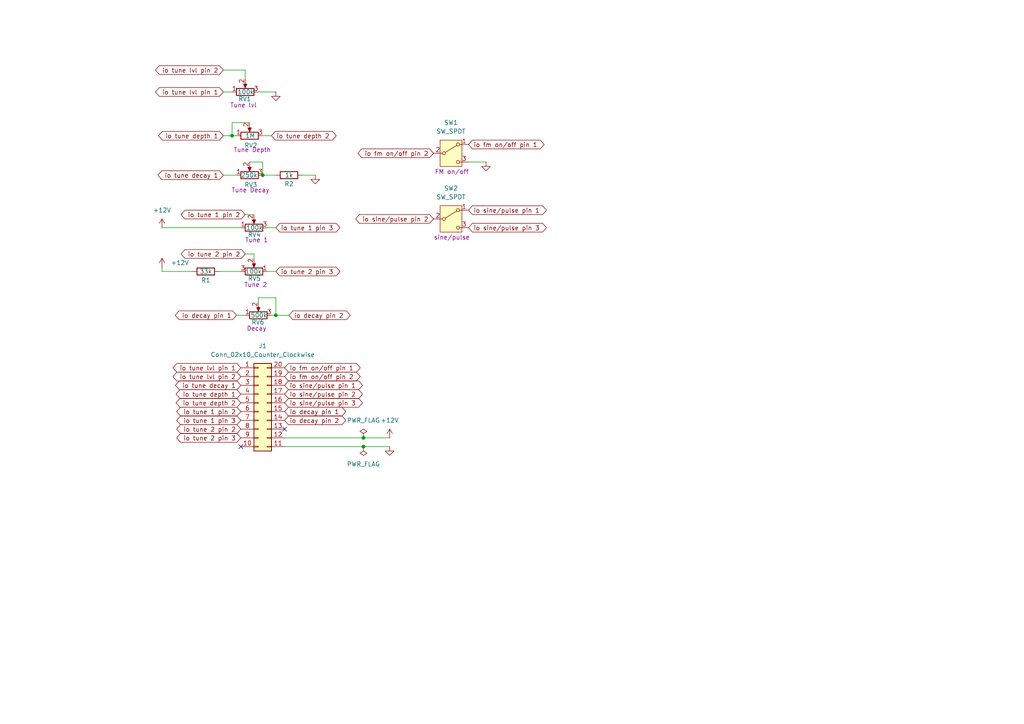
<source format=kicad_sch>
(kicad_sch (version 20250114) (generator "eeschema") (generator_version "9.0")
  (paper "A4")
  (lib_symbols
    (symbol "Connector_Generic:Conn_02x10_Counter_Clockwise" (pin_names (offset 1.016) (hide yes))
      (property "Reference" "J" (at 1.27 12.7 0))
      (property "Value" "Conn_02x10_Counter_Clockwise" (at 1.27 -15.24 0))
      (symbol "Conn_02x10_Counter_Clockwise_1_1"
        (rectangle (start -1.27 11.43) (end 3.81 -13.97) (stroke (width 0.254)) (fill (type background)))
        (rectangle (start -1.27 10.287) (end 0 10.033) (stroke (width 0.1524)))
        (rectangle (start -1.27 7.747) (end 0 7.493) (stroke (width 0.1524)))
        (rectangle (start -1.27 5.207) (end 0 4.953) (stroke (width 0.1524)))
        (rectangle (start -1.27 2.667) (end 0 2.413) (stroke (width 0.1524)))
        (rectangle (start -1.27 0.127) (end 0 -0.127) (stroke (width 0.1524)))
        (rectangle (start -1.27 -2.413) (end 0 -2.667) (stroke (width 0.1524)))
        (rectangle (start -1.27 -4.953) (end 0 -5.207) (stroke (width 0.1524)))
        (rectangle (start -1.27 -7.493) (end 0 -7.747) (stroke (width 0.1524)))
        (rectangle (start -1.27 -10.033) (end 0 -10.287) (stroke (width 0.1524)))
        (rectangle (start -1.27 -12.573) (end 0 -12.827) (stroke (width 0.1524)))
        (rectangle (start 3.81 10.287) (end 2.54 10.033) (stroke (width 0.1524)))
        (rectangle (start 3.81 7.747) (end 2.54 7.493) (stroke (width 0.1524)))
        (rectangle (start 3.81 5.207) (end 2.54 4.953) (stroke (width 0.1524)))
        (rectangle (start 3.81 2.667) (end 2.54 2.413) (stroke (width 0.1524)))
        (rectangle (start 3.81 0.127) (end 2.54 -0.127) (stroke (width 0.1524)))
        (rectangle (start 3.81 -2.413) (end 2.54 -2.667) (stroke (width 0.1524)))
        (rectangle (start 3.81 -4.953) (end 2.54 -5.207) (stroke (width 0.1524)))
        (rectangle (start 3.81 -7.493) (end 2.54 -7.747) (stroke (width 0.1524)))
        (rectangle (start 3.81 -10.033) (end 2.54 -10.287) (stroke (width 0.1524)))
        (rectangle (start 3.81 -12.573) (end 2.54 -12.827) (stroke (width 0.1524)))
        (pin passive line (at -5.08 10.16 0) (length 3.81) (name "Pin_1") (number "1"))
        (pin passive line (at -5.08 7.62 0) (length 3.81) (name "Pin_2") (number "2"))
        (pin passive line (at -5.08 5.08 0) (length 3.81) (name "Pin_3") (number "3"))
        (pin passive line (at -5.08 2.54 0) (length 3.81) (name "Pin_4") (number "4"))
        (pin passive line (at -5.08 0 0) (length 3.81) (name "Pin_5") (number "5"))
        (pin passive line (at -5.08 -2.54 0) (length 3.81) (name "Pin_6") (number "6"))
        (pin passive line (at -5.08 -5.08 0) (length 3.81) (name "Pin_7") (number "7"))
        (pin passive line (at -5.08 -7.62 0) (length 3.81) (name "Pin_8") (number "8"))
        (pin passive line (at -5.08 -10.16 0) (length 3.81) (name "Pin_9") (number "9"))
        (pin passive line (at -5.08 -12.7 0) (length 3.81) (name "Pin_10") (number "10"))
        (pin passive line (at 7.62 10.16 180) (length 3.81) (name "Pin_20") (number "20"))
        (pin passive line (at 7.62 7.62 180) (length 3.81) (name "Pin_19") (number "19"))
        (pin passive line (at 7.62 5.08 180) (length 3.81) (name "Pin_18") (number "18"))
        (pin passive line (at 7.62 2.54 180) (length 3.81) (name "Pin_17") (number "17"))
        (pin passive line (at 7.62 0 180) (length 3.81) (name "Pin_16") (number "16"))
        (pin passive line (at 7.62 -2.54 180) (length 3.81) (name "Pin_15") (number "15"))
        (pin passive line (at 7.62 -5.08 180) (length 3.81) (name "Pin_14") (number "14"))
        (pin passive line (at 7.62 -7.62 180) (length 3.81) (name "Pin_13") (number "13"))
        (pin passive line (at 7.62 -10.16 180) (length 3.81) (name "Pin_12") (number "12"))
        (pin passive line (at 7.62 -12.7 180) (length 3.81) (name "Pin_11") (number "11"))
      )
    )
    (symbol "Device:R" (pin_numbers (hide yes)) (pin_names (offset 0))
      (property "Reference" "R" (at 2.032 0 90))
      (property "Value" "R" (at 0 0 90))
      (symbol "R_0_1"
        (rectangle (start -1.016 -2.54) (end 1.016 2.54) (stroke (width 0.254)))
      )
      (symbol "R_1_1"
        (pin passive line (at 0 3.81 270) (length 1.27) (name "~") (number "1"))
        (pin passive line (at 0 -3.81 90) (length 1.27) (name "~") (number "2"))
      )
    )
    (symbol "Device:R_Potentiometer" (pin_names (offset 1.016) (hide yes))
      (property "Reference" "RV" (at -4.445 0 90))
      (property "Value" "R_Potentiometer" (at -2.54 0 90))
      (symbol "R_Potentiometer_0_1"
        (rectangle (start 1.016 2.54) (end -1.016 -2.54) (stroke (width 0.254)))
        (polyline (pts (xy 1.143 0) (xy 2.286 0.508) (xy 2.286 -0.508) (xy 1.143 0)) (fill (type outline)))
        (polyline (pts (xy 2.54 0) (xy 1.524 0)))
      )
      (symbol "R_Potentiometer_1_1"
        (pin passive line (at 0 3.81 270) (length 1.27) (name "1") (number "1"))
        (pin passive line (at 0 -3.81 90) (length 1.27) (name "3") (number "3"))
        (pin passive line (at 3.81 0 180) (length 1.27) (name "2") (number "2"))
      )
    )
    (symbol "Switch:SW_SPDT" (pin_names (offset 0) (hide yes))
      (property "Reference" "SW" (at 0 5.08 0))
      (property "Value" "SW_SPDT" (at 0 -5.08 0))
      (symbol "SW_SPDT_0_1"
        (circle (center -2.032 0) (radius 0.4572))
        (polyline (pts (xy -1.651 0.254) (xy 1.651 2.286)))
        (circle (center 2.032 2.54) (radius 0.4572))
        (circle (center 2.032 -2.54) (radius 0.4572))
      )
      (symbol "SW_SPDT_1_1"
        (rectangle (start -3.175 3.81) (end 3.175 -3.81) (fill (type background)))
        (pin passive line (at -5.08 0 0) (length 2.54) (name "B") (number "2"))
        (pin passive line (at 5.08 2.54 180) (length 2.54) (name "A") (number "1"))
        (pin passive line (at 5.08 -2.54 180) (length 2.54) (name "C") (number "3"))
      )
    )
    (symbol "power:+12V" (power) (pin_numbers (hide yes)) (pin_names (offset 0) (hide yes))
      (property "Value" "+12V" (at 0 3.556 0))
      (symbol "+12V_0_1"
        (polyline (pts (xy -0.762 1.27) (xy 0 2.54)))
        (polyline (pts (xy 0 2.54) (xy 0.762 1.27)))
        (polyline (pts (xy 0 0) (xy 0 2.54)))
      )
      (symbol "+12V_1_1"
        (pin power_in line (at 0 0 90) (length 0) (name "~") (number "1"))
      )
    )
    (symbol "power:GND" (power) (pin_numbers (hide yes)) (pin_names (offset 0) (hide yes))
      (property "Value" "GND" (at 0 -3.81 0))
      (symbol "GND_0_1"
        (polyline (pts (xy 0 0) (xy 0 -1.27) (xy 1.27 -1.27) (xy 0 -2.54) (xy -1.27 -1.27) (xy 0 -1.27)))
      )
      (symbol "GND_1_1"
        (pin power_in line (at 0 0 270) (length 0) (name "~") (number "1"))
      )
    )
    (symbol "power:PWR_FLAG" (power) (pin_numbers (hide yes)) (pin_names (offset 0) (hide yes))
      (property "Value" "PWR_FLAG" (at 0 3.81 0))
      (symbol "PWR_FLAG_0_0"
        (pin power_out line (at 0 0 90) (length 0) (name "~") (number "1"))
      )
      (symbol "PWR_FLAG_0_1"
        (polyline (pts (xy 0 0) (xy 0 1.27) (xy -1.016 1.905) (xy 0 2.54) (xy 1.016 1.905) (xy 0 1.27)))
      )
    )
  )
  (junction (at 105.41 127))
  (junction (at 80.01 91.44))
  (junction (at 76.2 50.8))
  (junction (at 67.31 39.37))
  (junction (at 105.41 129.54))
  (no_connect (at 69.85 129.54))
  (no_connect (at 82.55 124.46))
  (wire (pts (xy 72.39 35.56) (xy 67.31 35.56)))
  (wire (pts (xy 76.2 46.99) (xy 76.2 50.8)))
  (wire (pts (xy 105.41 129.54) (xy 82.55 129.54)))
  (wire (pts (xy 46.99 77.47) (xy 46.99 78.74)))
  (wire (pts (xy 80.01 86.36) (xy 80.01 91.44)))
  (wire (pts (xy 46.99 78.74) (xy 55.88 78.74)))
  (wire (pts (xy 135.89 46.99) (xy 140.97 46.99)))
  (wire (pts (xy 91.44 50.8) (xy 87.63 50.8)))
  (wire (pts (xy 67.31 39.37) (xy 64.77 39.37)))
  (wire (pts (xy 73.66 73.66) (xy 71.12 73.66)))
  (wire (pts (xy 71.12 62.23) (xy 73.66 62.23)))
  (wire (pts (xy 74.93 87.63) (xy 74.93 86.36)))
  (wire (pts (xy 80.01 91.44) (xy 83.82 91.44)))
  (wire (pts (xy 105.41 127) (xy 113.03 127)))
  (wire (pts (xy 80.01 91.44) (xy 78.74 91.44)))
  (wire (pts (xy 76.2 50.8) (xy 80.01 50.8)))
  (wire (pts (xy 80.01 26.67) (xy 74.93 26.67)))
  (wire (pts (xy 67.31 35.56) (xy 67.31 39.37)))
  (wire (pts (xy 82.55 127) (xy 105.41 127)))
  (wire (pts (xy 71.12 20.32) (xy 64.77 20.32)))
  (wire (pts (xy 46.99 66.04) (xy 69.85 66.04)))
  (wire (pts (xy 64.77 26.67) (xy 67.31 26.67)))
  (wire (pts (xy 72.39 46.99) (xy 76.2 46.99)))
  (wire (pts (xy 68.58 91.44) (xy 71.12 91.44)))
  (wire (pts (xy 71.12 20.32) (xy 71.12 22.86)))
  (wire (pts (xy 80.01 66.04) (xy 77.47 66.04)))
  (wire (pts (xy 68.58 39.37) (xy 67.31 39.37)))
  (wire (pts (xy 76.2 39.37) (xy 78.74 39.37)))
  (wire (pts (xy 73.66 74.93) (xy 73.66 73.66)))
  (wire (pts (xy 64.77 50.8) (xy 68.58 50.8)))
  (wire (pts (xy 63.5 78.74) (xy 69.85 78.74)))
  (wire (pts (xy 80.01 86.36) (xy 74.93 86.36)))
  (wire (pts (xy 80.01 78.74) (xy 77.47 78.74)))
  (wire (pts (xy 113.03 129.54) (xy 105.41 129.54)))
  (global_label "io tune 1 pin 2" (shape bidirectional) (at 69.85 119.38 180) (property "Intersheetrefs" "${INTERSHEET_REFS}" (effects (hide yes))))
  (global_label "io tune 1 pin 3" (shape bidirectional) (at 69.85 121.92 180) (property "Intersheetrefs" "${INTERSHEET_REFS}" (effects (hide yes))))
  (global_label "io decay pin 1" (shape bidirectional) (at 82.55 119.38 0) (property "Intersheetrefs" "${INTERSHEET_REFS}" (effects (hide yes))))
  (global_label "io fm on{slash}off pin 2" (shape bidirectional) (at 125.73 44.45 180) (property "Intersheetrefs" "${INTERSHEET_REFS}" (effects (hide yes))))
  (global_label "io fm on{slash}off pin 1" (shape bidirectional) (at 82.55 106.68 0) (property "Intersheetrefs" "${INTERSHEET_REFS}" (effects (hide yes))))
  (global_label "io tune depth 1" (shape bidirectional) (at 69.85 114.3 180) (property "Intersheetrefs" "${INTERSHEET_REFS}" (effects (hide yes))))
  (global_label "io tune 1 pin 2" (shape bidirectional) (at 71.12 62.23 180) (property "Intersheetrefs" "${INTERSHEET_REFS}" (effects (hide yes))))
  (global_label "io decay pin 2" (shape bidirectional) (at 83.82 91.44 0) (property "Intersheetrefs" "${INTERSHEET_REFS}" (effects (hide yes))))
  (global_label "io tune depth 2" (shape bidirectional) (at 78.74 39.37 0) (property "Intersheetrefs" "${INTERSHEET_REFS}" (effects (hide yes))))
  (global_label "io fm on{slash}off pin 2" (shape bidirectional) (at 82.55 109.22 0) (property "Intersheetrefs" "${INTERSHEET_REFS}" (effects (hide yes))))
  (global_label "io sine{slash}pulse pin 1" (shape bidirectional) (at 135.89 60.96 0) (property "Intersheetrefs" "${INTERSHEET_REFS}" (effects (hide yes))))
  (global_label "io fm on{slash}off pin 1" (shape bidirectional) (at 135.89 41.91 0) (property "Intersheetrefs" "${INTERSHEET_REFS}" (effects (hide yes))))
  (global_label "io sine{slash}pulse pin 2" (shape bidirectional) (at 82.55 114.3 0) (property "Intersheetrefs" "${INTERSHEET_REFS}" (effects (hide yes))))
  (global_label "io sine{slash}pulse pin 1" (shape bidirectional) (at 82.55 111.76 0) (property "Intersheetrefs" "${INTERSHEET_REFS}" (effects (hide yes))))
  (global_label "io tune decay 1" (shape bidirectional) (at 64.77 50.8 180) (property "Intersheetrefs" "${INTERSHEET_REFS}" (effects (hide yes))))
  (global_label "io decay pin 1" (shape bidirectional) (at 68.58 91.44 180) (property "Intersheetrefs" "${INTERSHEET_REFS}" (effects (hide yes))))
  (global_label "io tune 2 pin 3" (shape bidirectional) (at 69.85 127 180) (property "Intersheetrefs" "${INTERSHEET_REFS}" (effects (hide yes))))
  (global_label "io tune 1 pin 3" (shape bidirectional) (at 80.01 66.04 0) (property "Intersheetrefs" "${INTERSHEET_REFS}" (effects (hide yes))))
  (global_label "io sine{slash}pulse pin 3" (shape bidirectional) (at 135.89 66.04 0) (property "Intersheetrefs" "${INTERSHEET_REFS}" (effects (hide yes))))
  (global_label "io tune 2 pin 3" (shape bidirectional) (at 80.01 78.74 0) (property "Intersheetrefs" "${INTERSHEET_REFS}" (effects (hide yes))))
  (global_label "io tune lvl pin 1" (shape bidirectional) (at 64.77 26.67 180) (property "Intersheetrefs" "${INTERSHEET_REFS}" (effects (hide yes))))
  (global_label "io tune 2 pin 2" (shape bidirectional) (at 71.12 73.66 180) (property "Intersheetrefs" "${INTERSHEET_REFS}" (effects (hide yes))))
  (global_label "io tune lvl pin 1" (shape bidirectional) (at 69.85 106.68 180) (property "Intersheetrefs" "${INTERSHEET_REFS}" (effects (hide yes))))
  (global_label "io sine{slash}pulse pin 2" (shape bidirectional) (at 125.73 63.5 180) (property "Intersheetrefs" "${INTERSHEET_REFS}" (effects (hide yes))))
  (global_label "io sine{slash}pulse pin 3" (shape bidirectional) (at 82.55 116.84 0) (property "Intersheetrefs" "${INTERSHEET_REFS}" (effects (hide yes))))
  (global_label "io tune lvl pin 2" (shape bidirectional) (at 64.77 20.32 180) (property "Intersheetrefs" "${INTERSHEET_REFS}" (effects (hide yes))))
  (global_label "io tune decay 1" (shape bidirectional) (at 69.85 111.76 180) (property "Intersheetrefs" "${INTERSHEET_REFS}" (effects (hide yes))))
  (global_label "io decay pin 2" (shape bidirectional) (at 82.55 121.92 0) (property "Intersheetrefs" "${INTERSHEET_REFS}" (effects (hide yes))))
  (global_label "io tune 2 pin 2" (shape bidirectional) (at 69.85 124.46 180) (property "Intersheetrefs" "${INTERSHEET_REFS}" (effects (hide yes))))
  (global_label "io tune depth 1" (shape bidirectional) (at 64.77 39.37 180) (property "Intersheetrefs" "${INTERSHEET_REFS}" (effects (hide yes))))
  (global_label "io tune lvl pin 2" (shape bidirectional) (at 69.85 109.22 180) (property "Intersheetrefs" "${INTERSHEET_REFS}" (effects (hide yes))))
  (global_label "io tune depth 2" (shape bidirectional) (at 69.85 116.84 180) (property "Intersheetrefs" "${INTERSHEET_REFS}" (effects (hide yes))))
  (symbol (lib_id "power:+12V") (at 113.03 127 0) (unit 1)
    (property "Reference" "#PWR05" (effects (hide yes)))
    (property "Value" "+12V" (at 113.03 121.92 0))
    (property "Description" "Power symbol creates a global label with name \"+12V\"" (effects (hide yes)))
  )
  (symbol (lib_id "power:PWR_FLAG") (at 105.41 127 0) (unit 1)
    (property "Reference" "#FLG01" (effects (hide yes)))
    (property "Value" "PWR_FLAG" (at 105.41 121.92 0))
    (property "Description" "Special symbol for telling ERC where power comes from" (effects (hide yes)))
  )
  (symbol (lib_id "Device:R_Potentiometer") (at 73.66 66.04 90) (unit 1)
    (property "Reference" "RV4" (at 71.882 68.072 90) (effects (justify right)))
    (property "Value" "100k" (at 71.374 66.04 90) (effects (justify right)))
    (property "Footprint" "cynthia:potientiometer" (effects (hide yes)))
    (property "Description" "Tune 1" (at 74.422 69.596 90))
  )
  (symbol (lib_id "power:GND") (at 113.03 129.54 0) (unit 1)
    (property "Reference" "#PWR06" (effects (hide yes)))
    (property "Value" "GND" (effects (hide yes)))
    (property "Description" "Power symbol creates a global label with name \"GND\" , ground" (effects (hide yes)))
  )
  (symbol (lib_id "Device:R") (at 83.82 50.8 270) (unit 1)
    (property "Reference" "R2" (at 83.82 53.34 90))
    (property "Value" "1k" (at 83.82 50.8 90))
    (property "Footprint" "cynthia:R_Axial_DIN0207_L6.3mm_D2.5mm_P10.16mm_Horizontal" (effects (hide yes)))
    (property "Description" "Resistor" (effects (hide yes)))
  )
  (symbol (lib_id "Switch:SW_SPDT") (at 130.81 63.5 0) (unit 1)
    (property "Reference" "SW2" (at 130.81 54.61 0))
    (property "Value" "SW_SPDT" (at 130.81 57.15 0))
    (property "Footprint" "cynthia:switch" (effects (hide yes)))
    (property "Description" "sine/pulse" (at 131.064 68.834 0))
  )
  (symbol (lib_id "Device:R_Potentiometer") (at 72.39 50.8 90) (unit 1)
    (property "Reference" "RV3" (at 70.866 53.594 90) (effects (justify right)))
    (property "Value" "250k" (at 69.85 50.8 90) (effects (justify right)))
    (property "Footprint" "cynthia:potientiometer" (effects (hide yes)))
    (property "Description" "Tune Decay" (at 72.644 55.118 90))
  )
  (symbol (lib_id "power:GND") (at 140.97 46.99 0) (unit 1)
    (property "Reference" "#PWR07" (effects (hide yes)))
    (property "Value" "GND" (effects (hide yes)))
    (property "Description" "Power symbol creates a global label with name \"GND\" , ground" (effects (hide yes)))
  )
  (symbol (lib_id "Device:R_Potentiometer") (at 74.93 91.44 90) (unit 1)
    (property "Reference" "RV6" (at 72.898 93.472 90) (effects (justify right)))
    (property "Value" "500k" (at 72.644 91.44 90) (effects (justify right)))
    (property "Footprint" "cynthia:potientiometer" (effects (hide yes)))
    (property "Description" "Decay" (at 74.422 95.25 90))
  )
  (symbol (lib_id "power:PWR_FLAG") (at 105.41 129.54 180) (unit 1)
    (property "Reference" "#FLG02" (effects (hide yes)))
    (property "Value" "PWR_FLAG" (at 105.41 134.62 0))
    (property "Description" "Special symbol for telling ERC where power comes from" (effects (hide yes)))
  )
  (symbol (lib_id "Connector_Generic:Conn_02x10_Counter_Clockwise") (at 74.93 116.84 0) (unit 1)
    (property "Reference" "J1" (at 76.2 100.33 0))
    (property "Value" "Conn_02x10_Counter_Clockwise" (at 76.2 102.87 0))
    (property "Footprint" "Connector_PinHeader_2.54mm:PinHeader_2x10_P2.54mm_Vertical" (effects (hide yes)))
    (property "Description" "Generic connector, double row, 02x10, counter clockwise pin numbering scheme (similar to DIP package numbering), script generated (kicad-library-utils/schlib/autogen/connector/)" (effects (hide yes)))
  )
  (symbol (lib_id "power:+12V") (at 46.99 66.04 0) (unit 1)
    (property "Reference" "#PWR01" (effects (hide yes)))
    (property "Value" "+12V" (at 46.99 60.96 0))
    (property "Description" "Power symbol creates a global label with name \"+12V\"" (effects (hide yes)))
  )
  (symbol (lib_id "Device:R_Potentiometer") (at 73.66 78.74 270) (mirror x) (unit 1)
    (property "Reference" "RV5" (at 75.692 80.772 90) (effects (justify right)))
    (property "Value" "100k" (at 75.946 78.74 90) (effects (justify right)))
    (property "Footprint" "cynthia:potientiometer" (effects (hide yes)))
    (property "Description" "Tune 2" (at 74.168 82.55 90))
  )
  (symbol (lib_id "power:GND") (at 91.44 50.8 0) (unit 1)
    (property "Reference" "#PWR04" (effects (hide yes)))
    (property "Value" "GND" (effects (hide yes)))
    (property "Description" "Power symbol creates a global label with name \"GND\" , ground" (effects (hide yes)))
  )
  (symbol (lib_id "Device:R_Potentiometer") (at 71.12 26.67 90) (unit 1)
    (property "Reference" "RV1" (at 69.088 28.702 90) (effects (justify right)))
    (property "Value" "100k" (at 68.834 26.67 90) (effects (justify right)))
    (property "Footprint" "cynthia:potientiometer" (effects (hide yes)))
    (property "Description" "Tune lvl" (at 70.612 30.48 90))
  )
  (symbol (lib_id "Switch:SW_SPDT") (at 130.81 44.45 0) (unit 1)
    (property "Reference" "SW1" (at 130.81 35.56 0))
    (property "Value" "SW_SPDT" (at 130.81 38.1 0))
    (property "Footprint" "cynthia:switch" (effects (hide yes)))
    (property "Description" "FM on/off" (at 131.064 49.784 0))
  )
  (symbol (lib_id "power:+12V") (at 46.99 77.47 0) (unit 1)
    (property "Reference" "#PWR02" (effects (hide yes)))
    (property "Value" "+12V" (at 49.53 76.1999 0) (effects (justify left)))
    (property "Description" "Power symbol creates a global label with name \"+12V\"" (effects (hide yes)))
  )
  (symbol (lib_id "power:GND") (at 80.01 26.67 0) (unit 1)
    (property "Reference" "#PWR03" (effects (hide yes)))
    (property "Value" "GND" (effects (hide yes)))
    (property "Description" "Power symbol creates a global label with name \"GND\" , ground" (effects (hide yes)))
  )
  (symbol (lib_id "Device:R") (at 59.69 78.74 270) (unit 1)
    (property "Reference" "R1" (at 59.69 81.28 90))
    (property "Value" "33k" (at 59.69 78.74 90))
    (property "Footprint" "cynthia:R_Axial_DIN0207_L6.3mm_D2.5mm_P10.16mm_Horizontal" (effects (hide yes)))
    (property "Description" "Resistor" (effects (hide yes)))
  )
  (symbol (lib_id "Device:R_Potentiometer") (at 72.39 39.37 90) (unit 1)
    (property "Reference" "RV2" (at 70.866 42.164 90) (effects (justify right)))
    (property "Value" "1M" (at 71.12 39.37 90) (effects (justify right)))
    (property "Footprint" "cynthia:potientiometer" (effects (hide yes)))
    (property "Description" "Tune Depth" (at 73.152 43.434 90))
  )
)
</source>
